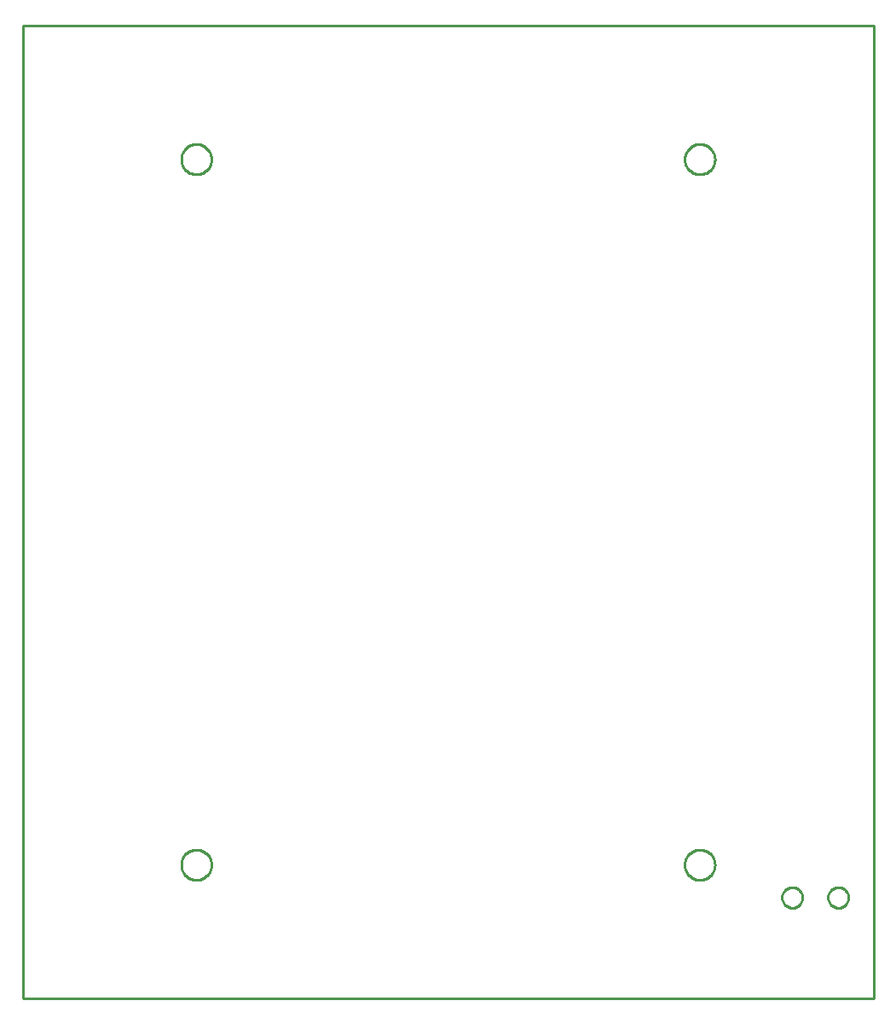
<source format=gbr>
G04 EAGLE Gerber RS-274X export*
G75*
%MOMM*%
%FSLAX34Y34*%
%LPD*%
%AMOC8*
5,1,8,0,0,1.08239X$1,22.5*%
G01*
%ADD10C,0.254000*%


D10*
X0Y0D02*
X845000Y0D01*
X845000Y965000D01*
X0Y965000D01*
X0Y0D01*
X187500Y831964D02*
X187424Y830896D01*
X187271Y829835D01*
X187043Y828788D01*
X186741Y827760D01*
X186367Y826756D01*
X185922Y825781D01*
X185408Y824841D01*
X184829Y823940D01*
X184187Y823082D01*
X183485Y822272D01*
X182728Y821515D01*
X181918Y820813D01*
X181060Y820171D01*
X180159Y819592D01*
X179219Y819078D01*
X178244Y818633D01*
X177240Y818259D01*
X176212Y817957D01*
X175165Y817729D01*
X174104Y817576D01*
X173036Y817500D01*
X171964Y817500D01*
X170896Y817576D01*
X169835Y817729D01*
X168788Y817957D01*
X167760Y818259D01*
X166756Y818633D01*
X165781Y819078D01*
X164841Y819592D01*
X163940Y820171D01*
X163082Y820813D01*
X162272Y821515D01*
X161515Y822272D01*
X160813Y823082D01*
X160171Y823940D01*
X159592Y824841D01*
X159078Y825781D01*
X158633Y826756D01*
X158259Y827760D01*
X157957Y828788D01*
X157729Y829835D01*
X157576Y830896D01*
X157500Y831964D01*
X157500Y833036D01*
X157576Y834104D01*
X157729Y835165D01*
X157957Y836212D01*
X158259Y837240D01*
X158633Y838244D01*
X159078Y839219D01*
X159592Y840159D01*
X160171Y841060D01*
X160813Y841918D01*
X161515Y842728D01*
X162272Y843485D01*
X163082Y844187D01*
X163940Y844829D01*
X164841Y845408D01*
X165781Y845922D01*
X166756Y846367D01*
X167760Y846741D01*
X168788Y847043D01*
X169835Y847271D01*
X170896Y847424D01*
X171964Y847500D01*
X173036Y847500D01*
X174104Y847424D01*
X175165Y847271D01*
X176212Y847043D01*
X177240Y846741D01*
X178244Y846367D01*
X179219Y845922D01*
X180159Y845408D01*
X181060Y844829D01*
X181918Y844187D01*
X182728Y843485D01*
X183485Y842728D01*
X184187Y841918D01*
X184829Y841060D01*
X185408Y840159D01*
X185922Y839219D01*
X186367Y838244D01*
X186741Y837240D01*
X187043Y836212D01*
X187271Y835165D01*
X187424Y834104D01*
X187500Y833036D01*
X187500Y831964D01*
X687500Y831964D02*
X687424Y830896D01*
X687271Y829835D01*
X687043Y828788D01*
X686741Y827760D01*
X686367Y826756D01*
X685922Y825781D01*
X685408Y824841D01*
X684829Y823940D01*
X684187Y823082D01*
X683485Y822272D01*
X682728Y821515D01*
X681918Y820813D01*
X681060Y820171D01*
X680159Y819592D01*
X679219Y819078D01*
X678244Y818633D01*
X677240Y818259D01*
X676212Y817957D01*
X675165Y817729D01*
X674104Y817576D01*
X673036Y817500D01*
X671964Y817500D01*
X670896Y817576D01*
X669835Y817729D01*
X668788Y817957D01*
X667760Y818259D01*
X666756Y818633D01*
X665781Y819078D01*
X664841Y819592D01*
X663940Y820171D01*
X663082Y820813D01*
X662272Y821515D01*
X661515Y822272D01*
X660813Y823082D01*
X660171Y823940D01*
X659592Y824841D01*
X659078Y825781D01*
X658633Y826756D01*
X658259Y827760D01*
X657957Y828788D01*
X657729Y829835D01*
X657576Y830896D01*
X657500Y831964D01*
X657500Y833036D01*
X657576Y834104D01*
X657729Y835165D01*
X657957Y836212D01*
X658259Y837240D01*
X658633Y838244D01*
X659078Y839219D01*
X659592Y840159D01*
X660171Y841060D01*
X660813Y841918D01*
X661515Y842728D01*
X662272Y843485D01*
X663082Y844187D01*
X663940Y844829D01*
X664841Y845408D01*
X665781Y845922D01*
X666756Y846367D01*
X667760Y846741D01*
X668788Y847043D01*
X669835Y847271D01*
X670896Y847424D01*
X671964Y847500D01*
X673036Y847500D01*
X674104Y847424D01*
X675165Y847271D01*
X676212Y847043D01*
X677240Y846741D01*
X678244Y846367D01*
X679219Y845922D01*
X680159Y845408D01*
X681060Y844829D01*
X681918Y844187D01*
X682728Y843485D01*
X683485Y842728D01*
X684187Y841918D01*
X684829Y841060D01*
X685408Y840159D01*
X685922Y839219D01*
X686367Y838244D01*
X686741Y837240D01*
X687043Y836212D01*
X687271Y835165D01*
X687424Y834104D01*
X687500Y833036D01*
X687500Y831964D01*
X187500Y131964D02*
X187424Y130896D01*
X187271Y129835D01*
X187043Y128788D01*
X186741Y127760D01*
X186367Y126756D01*
X185922Y125781D01*
X185408Y124841D01*
X184829Y123940D01*
X184187Y123082D01*
X183485Y122272D01*
X182728Y121515D01*
X181918Y120813D01*
X181060Y120171D01*
X180159Y119592D01*
X179219Y119078D01*
X178244Y118633D01*
X177240Y118259D01*
X176212Y117957D01*
X175165Y117729D01*
X174104Y117576D01*
X173036Y117500D01*
X171964Y117500D01*
X170896Y117576D01*
X169835Y117729D01*
X168788Y117957D01*
X167760Y118259D01*
X166756Y118633D01*
X165781Y119078D01*
X164841Y119592D01*
X163940Y120171D01*
X163082Y120813D01*
X162272Y121515D01*
X161515Y122272D01*
X160813Y123082D01*
X160171Y123940D01*
X159592Y124841D01*
X159078Y125781D01*
X158633Y126756D01*
X158259Y127760D01*
X157957Y128788D01*
X157729Y129835D01*
X157576Y130896D01*
X157500Y131964D01*
X157500Y133036D01*
X157576Y134104D01*
X157729Y135165D01*
X157957Y136212D01*
X158259Y137240D01*
X158633Y138244D01*
X159078Y139219D01*
X159592Y140159D01*
X160171Y141060D01*
X160813Y141918D01*
X161515Y142728D01*
X162272Y143485D01*
X163082Y144187D01*
X163940Y144829D01*
X164841Y145408D01*
X165781Y145922D01*
X166756Y146367D01*
X167760Y146741D01*
X168788Y147043D01*
X169835Y147271D01*
X170896Y147424D01*
X171964Y147500D01*
X173036Y147500D01*
X174104Y147424D01*
X175165Y147271D01*
X176212Y147043D01*
X177240Y146741D01*
X178244Y146367D01*
X179219Y145922D01*
X180159Y145408D01*
X181060Y144829D01*
X181918Y144187D01*
X182728Y143485D01*
X183485Y142728D01*
X184187Y141918D01*
X184829Y141060D01*
X185408Y140159D01*
X185922Y139219D01*
X186367Y138244D01*
X186741Y137240D01*
X187043Y136212D01*
X187271Y135165D01*
X187424Y134104D01*
X187500Y133036D01*
X187500Y131964D01*
X687500Y131964D02*
X687424Y130896D01*
X687271Y129835D01*
X687043Y128788D01*
X686741Y127760D01*
X686367Y126756D01*
X685922Y125781D01*
X685408Y124841D01*
X684829Y123940D01*
X684187Y123082D01*
X683485Y122272D01*
X682728Y121515D01*
X681918Y120813D01*
X681060Y120171D01*
X680159Y119592D01*
X679219Y119078D01*
X678244Y118633D01*
X677240Y118259D01*
X676212Y117957D01*
X675165Y117729D01*
X674104Y117576D01*
X673036Y117500D01*
X671964Y117500D01*
X670896Y117576D01*
X669835Y117729D01*
X668788Y117957D01*
X667760Y118259D01*
X666756Y118633D01*
X665781Y119078D01*
X664841Y119592D01*
X663940Y120171D01*
X663082Y120813D01*
X662272Y121515D01*
X661515Y122272D01*
X660813Y123082D01*
X660171Y123940D01*
X659592Y124841D01*
X659078Y125781D01*
X658633Y126756D01*
X658259Y127760D01*
X657957Y128788D01*
X657729Y129835D01*
X657576Y130896D01*
X657500Y131964D01*
X657500Y133036D01*
X657576Y134104D01*
X657729Y135165D01*
X657957Y136212D01*
X658259Y137240D01*
X658633Y138244D01*
X659078Y139219D01*
X659592Y140159D01*
X660171Y141060D01*
X660813Y141918D01*
X661515Y142728D01*
X662272Y143485D01*
X663082Y144187D01*
X663940Y144829D01*
X664841Y145408D01*
X665781Y145922D01*
X666756Y146367D01*
X667760Y146741D01*
X668788Y147043D01*
X669835Y147271D01*
X670896Y147424D01*
X671964Y147500D01*
X673036Y147500D01*
X674104Y147424D01*
X675165Y147271D01*
X676212Y147043D01*
X677240Y146741D01*
X678244Y146367D01*
X679219Y145922D01*
X680159Y145408D01*
X681060Y144829D01*
X681918Y144187D01*
X682728Y143485D01*
X683485Y142728D01*
X684187Y141918D01*
X684829Y141060D01*
X685408Y140159D01*
X685922Y139219D01*
X686367Y138244D01*
X686741Y137240D01*
X687043Y136212D01*
X687271Y135165D01*
X687424Y134104D01*
X687500Y133036D01*
X687500Y131964D01*
X799840Y100444D02*
X799917Y101327D01*
X800071Y102201D01*
X800301Y103058D01*
X800604Y103892D01*
X800979Y104696D01*
X801423Y105464D01*
X801932Y106191D01*
X802502Y106871D01*
X803129Y107498D01*
X803809Y108068D01*
X804536Y108577D01*
X805304Y109021D01*
X806108Y109396D01*
X806942Y109699D01*
X807799Y109929D01*
X808673Y110083D01*
X809556Y110160D01*
X810444Y110160D01*
X811327Y110083D01*
X812201Y109929D01*
X813058Y109699D01*
X813892Y109396D01*
X814696Y109021D01*
X815464Y108577D01*
X816191Y108068D01*
X816871Y107498D01*
X817498Y106871D01*
X818068Y106191D01*
X818577Y105464D01*
X819021Y104696D01*
X819396Y103892D01*
X819699Y103058D01*
X819929Y102201D01*
X820083Y101327D01*
X820160Y100444D01*
X820160Y99556D01*
X820083Y98673D01*
X819929Y97799D01*
X819699Y96942D01*
X819396Y96108D01*
X819021Y95304D01*
X818577Y94536D01*
X818068Y93809D01*
X817498Y93129D01*
X816871Y92502D01*
X816191Y91932D01*
X815464Y91423D01*
X814696Y90979D01*
X813892Y90604D01*
X813058Y90301D01*
X812201Y90071D01*
X811327Y89917D01*
X810444Y89840D01*
X809556Y89840D01*
X808673Y89917D01*
X807799Y90071D01*
X806942Y90301D01*
X806108Y90604D01*
X805304Y90979D01*
X804536Y91423D01*
X803809Y91932D01*
X803129Y92502D01*
X802502Y93129D01*
X801932Y93809D01*
X801423Y94536D01*
X800979Y95304D01*
X800604Y96108D01*
X800301Y96942D01*
X800071Y97799D01*
X799917Y98673D01*
X799840Y99556D01*
X799840Y100444D01*
X754120Y100444D02*
X754197Y101327D01*
X754351Y102201D01*
X754581Y103058D01*
X754884Y103892D01*
X755259Y104696D01*
X755703Y105464D01*
X756212Y106191D01*
X756782Y106871D01*
X757409Y107498D01*
X758089Y108068D01*
X758816Y108577D01*
X759584Y109021D01*
X760388Y109396D01*
X761222Y109699D01*
X762079Y109929D01*
X762953Y110083D01*
X763836Y110160D01*
X764724Y110160D01*
X765607Y110083D01*
X766481Y109929D01*
X767338Y109699D01*
X768172Y109396D01*
X768976Y109021D01*
X769744Y108577D01*
X770471Y108068D01*
X771151Y107498D01*
X771778Y106871D01*
X772348Y106191D01*
X772857Y105464D01*
X773301Y104696D01*
X773676Y103892D01*
X773979Y103058D01*
X774209Y102201D01*
X774363Y101327D01*
X774440Y100444D01*
X774440Y99556D01*
X774363Y98673D01*
X774209Y97799D01*
X773979Y96942D01*
X773676Y96108D01*
X773301Y95304D01*
X772857Y94536D01*
X772348Y93809D01*
X771778Y93129D01*
X771151Y92502D01*
X770471Y91932D01*
X769744Y91423D01*
X768976Y90979D01*
X768172Y90604D01*
X767338Y90301D01*
X766481Y90071D01*
X765607Y89917D01*
X764724Y89840D01*
X763836Y89840D01*
X762953Y89917D01*
X762079Y90071D01*
X761222Y90301D01*
X760388Y90604D01*
X759584Y90979D01*
X758816Y91423D01*
X758089Y91932D01*
X757409Y92502D01*
X756782Y93129D01*
X756212Y93809D01*
X755703Y94536D01*
X755259Y95304D01*
X754884Y96108D01*
X754581Y96942D01*
X754351Y97799D01*
X754197Y98673D01*
X754120Y99556D01*
X754120Y100444D01*
M02*

</source>
